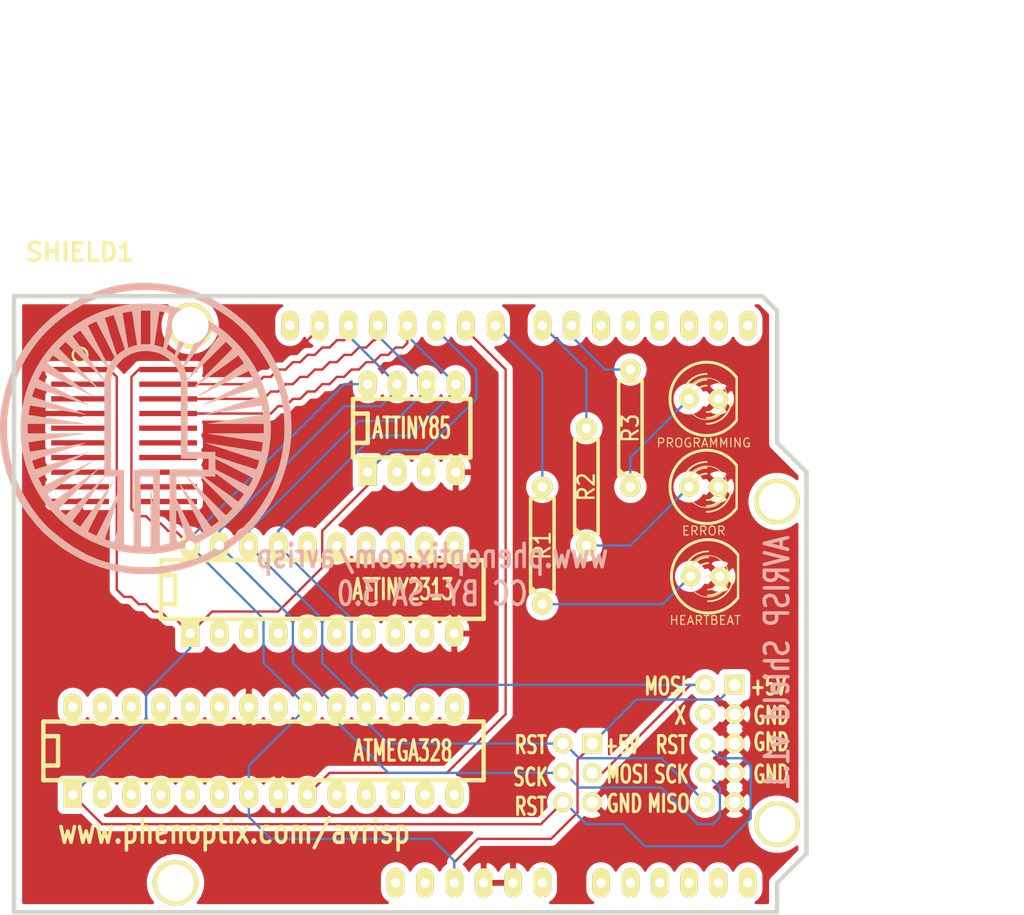
<source format=kicad_pcb>
(kicad_pcb (version 20171130) (host pcbnew "(5.1.4)-1")
  (title_block (date "30 sep 2013"))
  (layers (0 Front signal) (31 Back signal) (34 B.Paste user) (35 F.Paste user) (36 B.SilkS user) (37 F.SilkS user) (38 B.Mask user) (39 F.Mask user) (44 Edge.Cuts user))
  (net 0 "")
  (net 1 +5V)
  (net 2 GND)
  (net 3 N-000004)
  (net 4 N-000018)
  (net 5 N-000030)
  (net 6 N-000037)
  (net 7 N-000060)
  (net 8 N-000061)
  (net 9 N-000062)
  (net 10 N-000063)
  (net 11 N-000064)
  (net 12 N-000073)
  (net 13 N-000079)
  (module pin_array_3x2 (layer Front) (at 126.238 89.535 270)
    (fp_text reference CON1 hide)
    (fp_text value AVR-ISP-6 hide)
    (pad 1 thru_hole circle (at -2.54 1.27 270) (size 1.69926 1.69926) (drill 1.016) (layers *.Cu *.Mask F.SilkS) (net 3 N-000004))
    (pad 2 thru_hole rect (at -2.54 -1.27 270) (size 1.69926 1.69926) (drill 1.016) (layers *.Cu *.Mask F.SilkS) (net 1 +5V))
    (pad 3 thru_hole circle (at 0 1.27 270) (size 1.69926 1.69926) (drill 1.016) (layers *.Cu *.Mask F.SilkS) (net 5 N-000030))
    (pad 4 thru_hole circle (at 0 -1.27 270) (size 1.69926 1.69926) (drill 1.016) (layers *.Cu *.Mask F.SilkS) (net 4 N-000018))
    (pad 5 thru_hole circle (at 2.54 1.27 270) (size 1.69926 1.69926) (drill 1.016) (layers *.Cu *.Mask F.SilkS) (net 13 N-000079))
    (pad 6 thru_hole circle (at 2.54 -1.27 270) (size 1.69926 1.69926) (drill 1.016) (layers *.Cu *.Mask F.SilkS) (net 2 GND))
  )
  (module PIN_ARRAY_5x2 (layer Front) (at 138.557 86.995 270)
    (fp_text reference CON2 hide)
    (fp_text value AVR-ISP-10 hide)
    (pad 1 thru_hole circle (at -5.08 1.27 270) (size 1.69926 1.69926) (drill 1.016) (layers *.Cu *.Mask F.SilkS) (net 4 N-000018))
    (pad 2 thru_hole rect (at -5.08 -1.27 270) (size 1.69926 1.69926) (drill 1.016) (layers *.Cu *.Mask F.SilkS) (net 1 +5V))
    (pad 3 thru_hole circle (at -2.54 1.27 270) (size 1.69926 1.69926) (drill 1.016) (layers *.Cu *.Mask F.SilkS))
    (pad 4 thru_hole circle (at -2.54 -1.27 270) (size 1.69926 1.69926) (drill 1.016) (layers *.Cu *.Mask F.SilkS) (net 2 GND))
    (pad 5 thru_hole circle (at 0 1.27 270) (size 1.69926 1.69926) (drill 1.016) (layers *.Cu *.Mask F.SilkS) (net 13 N-000079))
    (pad 6 thru_hole circle (at 0 -1.27 270) (size 1.69926 1.69926) (drill 1.016) (layers *.Cu *.Mask F.SilkS) (net 2 GND))
    (pad 7 thru_hole circle (at 2.54 1.27 270) (size 1.69926 1.69926) (drill 1.016) (layers *.Cu *.Mask F.SilkS) (net 5 N-000030))
    (pad 8 thru_hole circle (at 2.54 -1.27 270) (size 1.69926 1.69926) (drill 1.016) (layers *.Cu *.Mask F.SilkS) (net 2 GND))
    (pad 9 thru_hole circle (at 5.08 1.27 270) (size 1.69926 1.69926) (drill 1.016) (layers *.Cu *.Mask F.SilkS) (net 3 N-000004))
    (pad 10 thru_hole circle (at 5.08 -1.27 270) (size 1.69926 1.69926) (drill 1.016) (layers *.Cu *.Mask F.SilkS) (net 2 GND))
  )
  (module SOIC20_Test (layer Front) (at 86.995 60.325 270)
    (fp_text reference "SOIC - 8" hide)
    (fp_text value Test hide)
    (pad 1 smd rect (at -5.715 3.81 270) (size 0.45974 5.00126) (layers Front F.Paste F.Mask) (net 13 N-000079))
    (pad 2 smd rect (at -4.445 3.81 270) (size 0.45974 5.00126) (layers Front F.Paste F.Mask))
    (pad 3 smd rect (at -3.175 3.81 270) (size 0.45974 5.00126) (layers Front F.Paste F.Mask))
    (pad 4 smd rect (at -1.905 3.81 270) (size 0.45974 5.00126) (layers Front F.Paste F.Mask) (net 2 GND))
    (pad 13 smd rect (at 3.175 -3.81 270) (size 0.45974 5.00126) (layers Front F.Paste F.Mask))
    (pad 14 smd rect (at 1.905 -3.81 270) (size 0.45974 5.00126) (layers Front F.Paste F.Mask))
    (pad 19 smd rect (at -4.445 -3.81 270) (size 0.45974 5.00126) (layers Front F.Paste F.Mask) (net 5 N-000030))
    (pad 20 smd rect (at -5.715 -3.81 270) (size 0.45974 5.00126) (layers Front F.Paste F.Mask) (net 1 +5V))
    (pad 5 smd rect (at -0.635 3.81 270) (size 0.45974 5.00126) (layers Front F.Paste F.Mask))
    (pad 6 smd rect (at 0.635 3.81 270) (size 0.45974 5.00126) (layers Front F.Paste F.Mask))
    (pad 7 smd rect (at 1.905 3.81 270) (size 0.45974 5.00126) (layers Front F.Paste F.Mask))
    (pad 8 smd rect (at 3.175 3.81 270) (size 0.45974 5.00126) (layers Front F.Paste F.Mask))
    (pad 9 smd rect (at 4.445 3.81 270) (size 0.45974 5.00126) (layers Front F.Paste F.Mask))
    (pad 10 smd rect (at 5.715 3.81 270) (size 0.45974 5.00126) (layers Front F.Paste F.Mask) (net 2 GND))
    (pad 11 smd rect (at 5.715 -3.81 270) (size 0.45974 5.00126) (layers Front F.Paste F.Mask))
    (pad 12 smd rect (at 4.445 -3.81 270) (size 0.45974 5.00126) (layers Front F.Paste F.Mask))
    (pad 15 smd rect (at 0.635 -3.81 270) (size 0.45974 5.00126) (layers Front F.Paste F.Mask))
    (pad 16 smd rect (at -0.635 -3.81 270) (size 0.45974 5.00126) (layers Front F.Paste F.Mask))
    (pad 17 smd rect (at -1.905 -3.81 270) (size 0.45974 5.00126) (layers Front F.Paste F.Mask) (net 4 N-000018))
    (pad 18 smd rect (at -3.175 -3.81 270) (size 0.45974 5.00126) (layers Front F.Paste F.Mask) (net 3 N-000004))
  )
  (module R4-LARGE_PADS (layer Front) (at 123.19 69.85 90)
    (fp_text reference R1 (at 0 0 90) (layer F.SilkS) (effects (font (size 1.397 1.27) (thickness 0.2032))))
    (fp_text value R hide)
    (pad 1 thru_hole circle (at -5.08 0 90) (size 1.778 1.778) (drill 0.8128) (layers *.Cu *.Mask F.SilkS) (net 9 N-000062))
    (pad 2 thru_hole circle (at 5.08 0 90) (size 1.778 1.778) (drill 0.8128) (layers *.Cu *.Mask F.SilkS) (net 8 N-000061))
  )
  (module R4-LARGE_PADS (layer Front) (at 127 64.77 90)
    (fp_text reference R2 (at 0 0 90) (layer F.SilkS) (effects (font (size 1.397 1.27) (thickness 0.2032))))
    (fp_text value R hide)
    (pad 1 thru_hole circle (at -5.08 0 90) (size 1.778 1.778) (drill 0.8128) (layers *.Cu *.Mask F.SilkS) (net 11 N-000064))
    (pad 2 thru_hole circle (at 5.08 0 90) (size 1.778 1.778) (drill 0.8128) (layers *.Cu *.Mask F.SilkS) (net 10 N-000063))
  )
  (module R4-LARGE_PADS (layer Front) (at 130.81 59.69 90)
    (fp_text reference R3 (at 0 0 90) (layer F.SilkS) (effects (font (size 1.397 1.27) (thickness 0.2032))))
    (fp_text value R hide)
    (pad 1 thru_hole circle (at -5.08 0 90) (size 1.778 1.778) (drill 0.8128) (layers *.Cu *.Mask F.SilkS) (net 7 N-000060))
    (pad 2 thru_hole circle (at 5.08 0 90) (size 1.778 1.778) (drill 0.8128) (layers *.Cu *.Mask F.SilkS) (net 6 N-000037))
  )
  (module ARDUINO_SHIELD (layer Front) (at 77.47 101.6)
    (fp_text reference SHIELD1 (at 5.715 -57.15) (layer F.SilkS) (effects (font (size 1.524 1.524) (thickness 0.3048))))
    (fp_text value ARDUINO_SHIELD hide)
    (pad AD5 thru_hole oval (at 63.5 -2.54 90) (size 2.54 1.524) (drill 0.8128) (layers *.Cu *.Mask F.SilkS))
    (pad AD4 thru_hole oval (at 60.96 -2.54 90) (size 2.54 1.524) (drill 0.8128) (layers *.Cu *.Mask F.SilkS))
    (pad AD3 thru_hole oval (at 58.42 -2.54 90) (size 2.54 1.524) (drill 0.8128) (layers *.Cu *.Mask F.SilkS))
    (pad AD0 thru_hole oval (at 50.8 -2.54 90) (size 2.54 1.524) (drill 0.8128) (layers *.Cu *.Mask F.SilkS))
    (pad AD1 thru_hole oval (at 53.34 -2.54 90) (size 2.54 1.524) (drill 0.8128) (layers *.Cu *.Mask F.SilkS))
    (pad AD2 thru_hole oval (at 55.88 -2.54 90) (size 2.54 1.524) (drill 0.8128) (layers *.Cu *.Mask F.SilkS))
    (pad V_IN thru_hole oval (at 45.72 -2.54 90) (size 2.54 1.524) (drill 0.8128) (layers *.Cu *.Mask F.SilkS))
    (pad GND2 thru_hole oval (at 43.18 -2.54 90) (size 2.54 1.524) (drill 0.8128) (layers *.Cu *.Mask F.SilkS) (net 2 GND))
    (pad GND1 thru_hole oval (at 40.64 -2.54 90) (size 2.54 1.524) (drill 0.8128) (layers *.Cu *.Mask F.SilkS) (net 2 GND))
    (pad 3V3 thru_hole oval (at 35.56 -2.54 90) (size 2.54 1.524) (drill 0.8128) (layers *.Cu *.Mask F.SilkS))
    (pad RST thru_hole oval (at 33.02 -2.54 90) (size 2.54 1.524) (drill 0.8128) (layers *.Cu *.Mask F.SilkS))
    (pad 0 thru_hole oval (at 63.5 -50.8 90) (size 2.54 1.524) (drill 0.8128) (layers *.Cu *.Mask F.SilkS))
    (pad 1 thru_hole oval (at 60.96 -50.8 90) (size 2.54 1.524) (drill 0.8128) (layers *.Cu *.Mask F.SilkS))
    (pad 2 thru_hole oval (at 58.42 -50.8 90) (size 2.54 1.524) (drill 0.8128) (layers *.Cu *.Mask F.SilkS))
    (pad 3 thru_hole oval (at 55.88 -50.8 90) (size 2.54 1.524) (drill 0.8128) (layers *.Cu *.Mask F.SilkS))
    (pad 4 thru_hole oval (at 53.34 -50.8 90) (size 2.54 1.524) (drill 0.8128) (layers *.Cu *.Mask F.SilkS))
    (pad 5 thru_hole oval (at 50.8 -50.8 90) (size 2.54 1.524) (drill 0.8128) (layers *.Cu *.Mask F.SilkS))
    (pad 6 thru_hole oval (at 48.26 -50.8 90) (size 2.54 1.524) (drill 0.8128) (layers *.Cu *.Mask F.SilkS) (net 6 N-000037))
    (pad 7 thru_hole oval (at 45.72 -50.8 90) (size 2.54 1.524) (drill 0.8128) (layers *.Cu *.Mask F.SilkS) (net 10 N-000063))
    (pad 8 thru_hole oval (at 41.656 -50.8 90) (size 2.54 1.524) (drill 0.8128) (layers *.Cu *.Mask F.SilkS) (net 8 N-000061))
    (pad 9 thru_hole oval (at 39.116 -50.8 90) (size 2.54 1.524) (drill 0.8128) (layers *.Cu *.Mask F.SilkS) (net 12 N-000073))
    (pad 10 thru_hole oval (at 36.576 -50.8 90) (size 2.54 1.524) (drill 0.8128) (layers *.Cu *.Mask F.SilkS) (net 13 N-000079))
    (pad 11 thru_hole oval (at 34.036 -50.8 90) (size 2.54 1.524) (drill 0.8128) (layers *.Cu *.Mask F.SilkS) (net 4 N-000018))
    (pad 12 thru_hole oval (at 31.496 -50.8 90) (size 2.54 1.524) (drill 0.8128) (layers *.Cu *.Mask F.SilkS) (net 3 N-000004))
    (pad 13 thru_hole oval (at 28.956 -50.8 90) (size 2.54 1.524) (drill 0.8128) (layers *.Cu *.Mask F.SilkS) (net 5 N-000030))
    (pad GND3 thru_hole oval (at 26.416 -50.8 90) (size 2.54 1.524) (drill 0.8128) (layers *.Cu *.Mask F.SilkS) (net 2 GND))
    (pad AREF thru_hole oval (at 23.876 -50.8 90) (size 2.54 1.524) (drill 0.8128) (layers *.Cu *.Mask F.SilkS))
    (pad 5V thru_hole oval (at 38.1 -2.54 90) (size 2.54 1.524) (drill 0.8128) (layers *.Cu *.Mask F.SilkS) (net 1 +5V))
    (pad "" thru_hole circle (at 66.04 -7.62 90) (size 3.937 3.937) (drill 3.175) (layers *.Cu *.Mask F.SilkS))
    (pad "" thru_hole circle (at 66.04 -35.56 90) (size 3.937 3.937) (drill 3.175) (layers *.Cu *.Mask F.SilkS))
    (pad "" thru_hole circle (at 15.24 -50.8 90) (size 3.937 3.937) (drill 3.175) (layers *.Cu *.Mask F.SilkS))
    (pad "" thru_hole circle (at 13.97 -2.54 90) (size 3.937 3.937) (drill 3.175) (layers *.Cu *.Mask F.SilkS))
  )
  (module LED-5MM (layer Front) (at 137.16 57.15)
    (fp_text reference D3 hide)
    (fp_text value PROGRAMMING (at 0 3.81) (layer F.SilkS) (effects (font (size 0.762 0.762) (thickness 0.0889))))
    (pad 1 thru_hole circle (at -1.27 0) (size 1.6764 1.6764) (drill 0.8128) (layers *.Cu *.Paste *.Mask F.SilkS) (net 7 N-000060))
    (pad 2 thru_hole circle (at 1.27 0) (size 1.6764 1.6764) (drill 0.8128) (layers *.Cu *.Paste *.Mask F.SilkS) (net 2 GND))
  )
  (module LED-5MM (layer Front) (at 137.16 64.77)
    (fp_text reference D2 hide)
    (fp_text value ERROR (at 0 3.81) (layer F.SilkS) (effects (font (size 0.762 0.762) (thickness 0.0889))))
    (pad 1 thru_hole circle (at -1.27 0) (size 1.6764 1.6764) (drill 0.8128) (layers *.Cu *.Paste *.Mask F.SilkS) (net 11 N-000064))
    (pad 2 thru_hole circle (at 1.27 0) (size 1.6764 1.6764) (drill 0.8128) (layers *.Cu *.Paste *.Mask F.SilkS) (net 2 GND))
  )
  (module LED-5MM (layer Front) (at 137.287 72.517)
    (fp_text reference D1 hide)
    (fp_text value HEARTBEAT (at 0 3.81) (layer F.SilkS) (effects (font (size 0.762 0.762) (thickness 0.0889))))
    (pad 1 thru_hole circle (at -1.27 0) (size 1.6764 1.6764) (drill 0.8128) (layers *.Cu *.Paste *.Mask F.SilkS) (net 9 N-000062))
    (pad 2 thru_hole circle (at 1.27 0) (size 1.6764 1.6764) (drill 0.8128) (layers *.Cu *.Paste *.Mask F.SilkS) (net 2 GND))
  )
  (module DIP-8__300_ELL (layer Front) (at 111.887 59.69)
    (fp_text reference IC3 hide)
    (fp_text value ATTINY85 (at 0 0) (layer F.SilkS) (effects (font (size 1.778 1.016) (thickness 0.254))))
    (pad 1 thru_hole rect (at -3.81 3.81) (size 1.5748 2.286) (drill 0.8128) (layers *.Cu *.Mask F.SilkS) (net 13 N-000079))
    (pad 2 thru_hole oval (at -1.27 3.81) (size 1.5748 2.286) (drill 0.8128) (layers *.Cu *.Mask F.SilkS))
    (pad 3 thru_hole oval (at 1.27 3.81) (size 1.5748 2.286) (drill 0.8128) (layers *.Cu *.Mask F.SilkS))
    (pad 4 thru_hole oval (at 3.81 3.81) (size 1.5748 2.286) (drill 0.8128) (layers *.Cu *.Mask F.SilkS) (net 2 GND))
    (pad 5 thru_hole oval (at 3.81 -3.81) (size 1.5748 2.286) (drill 0.8128) (layers *.Cu *.Mask F.SilkS) (net 4 N-000018))
    (pad 6 thru_hole oval (at 1.27 -3.81) (size 1.5748 2.286) (drill 0.8128) (layers *.Cu *.Mask F.SilkS) (net 3 N-000004))
    (pad 7 thru_hole oval (at -1.27 -3.81) (size 1.5748 2.286) (drill 0.8128) (layers *.Cu *.Mask F.SilkS) (net 5 N-000030))
    (pad 8 thru_hole oval (at -3.81 -3.81) (size 1.5748 2.286) (drill 0.8128) (layers *.Cu *.Mask F.SilkS) (net 1 +5V))
  )
  (module DIP-28__300_ELL (layer Front) (at 99.06 87.63)
    (fp_text reference IC1 hide)
    (fp_text value ATMEGA328 (at 12.065 0) (layer F.SilkS) (effects (font (size 1.778 1.016) (thickness 0.254))))
    (pad 2 thru_hole oval (at -13.97 3.81) (size 1.5748 2.286) (drill 0.8128) (layers *.Cu *.Mask F.SilkS))
    (pad 3 thru_hole oval (at -11.43 3.81) (size 1.5748 2.286) (drill 0.8128) (layers *.Cu *.Mask F.SilkS))
    (pad 4 thru_hole oval (at -8.89 3.81) (size 1.5748 2.286) (drill 0.8128) (layers *.Cu *.Mask F.SilkS))
    (pad 5 thru_hole oval (at -6.35 3.81) (size 1.5748 2.286) (drill 0.8128) (layers *.Cu *.Mask F.SilkS))
    (pad 6 thru_hole oval (at -3.81 3.81) (size 1.5748 2.286) (drill 0.8128) (layers *.Cu *.Mask F.SilkS))
    (pad 7 thru_hole oval (at -1.27 3.81) (size 1.5748 2.286) (drill 0.8128) (layers *.Cu *.Mask F.SilkS) (net 1 +5V))
    (pad 8 thru_hole oval (at 1.27 3.81) (size 1.5748 2.286) (drill 0.8128) (layers *.Cu *.Mask F.SilkS) (net 2 GND))
    (pad 9 thru_hole oval (at 3.81 3.81) (size 1.5748 2.286) (drill 0.8128) (layers *.Cu *.Mask F.SilkS) (net 12 N-000073))
    (pad 10 thru_hole oval (at 6.35 3.81) (size 1.5748 2.286) (drill 0.8128) (layers *.Cu *.Mask F.SilkS))
    (pad 11 thru_hole oval (at 8.89 3.81) (size 1.5748 2.286) (drill 0.8128) (layers *.Cu *.Mask F.SilkS))
    (pad 12 thru_hole oval (at 11.43 3.81) (size 1.5748 2.286) (drill 0.8128) (layers *.Cu *.Mask F.SilkS))
    (pad 13 thru_hole oval (at 13.97 3.81) (size 1.5748 2.286) (drill 0.8128) (layers *.Cu *.Mask F.SilkS))
    (pad 14 thru_hole oval (at 16.51 3.81) (size 1.5748 2.286) (drill 0.8128) (layers *.Cu *.Mask F.SilkS))
    (pad 1 thru_hole rect (at -16.51 3.81) (size 1.5748 2.286) (drill 0.8128) (layers *.Cu *.Mask F.SilkS) (net 13 N-000079))
    (pad 15 thru_hole oval (at 16.51 -3.81) (size 1.5748 2.286) (drill 0.8128) (layers *.Cu *.Mask F.SilkS))
    (pad 16 thru_hole oval (at 13.97 -3.81) (size 1.5748 2.286) (drill 0.8128) (layers *.Cu *.Mask F.SilkS))
    (pad 17 thru_hole oval (at 11.43 -3.81) (size 1.5748 2.286) (drill 0.8128) (layers *.Cu *.Mask F.SilkS) (net 4 N-000018))
    (pad 18 thru_hole oval (at 8.89 -3.81) (size 1.5748 2.286) (drill 0.8128) (layers *.Cu *.Mask F.SilkS) (net 3 N-000004))
    (pad 19 thru_hole oval (at 6.35 -3.81) (size 1.5748 2.286) (drill 0.8128) (layers *.Cu *.Mask F.SilkS) (net 5 N-000030))
    (pad 20 thru_hole oval (at 3.81 -3.81) (size 1.5748 2.286) (drill 0.8128) (layers *.Cu *.Mask F.SilkS) (net 1 +5V))
    (pad 21 thru_hole oval (at 1.27 -3.81) (size 1.5748 2.286) (drill 0.8128) (layers *.Cu *.Mask F.SilkS))
    (pad 22 thru_hole oval (at -1.27 -3.81) (size 1.5748 2.286) (drill 0.8128) (layers *.Cu *.Mask F.SilkS) (net 2 GND))
    (pad 23 thru_hole oval (at -3.81 -3.81) (size 1.5748 2.286) (drill 0.8128) (layers *.Cu *.Mask F.SilkS))
    (pad 24 thru_hole oval (at -6.35 -3.81) (size 1.5748 2.286) (drill 0.8128) (layers *.Cu *.Mask F.SilkS))
    (pad 25 thru_hole oval (at -8.89 -3.81) (size 1.5748 2.286) (drill 0.8128) (layers *.Cu *.Mask F.SilkS))
    (pad 26 thru_hole oval (at -11.43 -3.81) (size 1.5748 2.286) (drill 0.8128) (layers *.Cu *.Mask F.SilkS))
    (pad 27 thru_hole oval (at -13.97 -3.81) (size 1.5748 2.286) (drill 0.8128) (layers *.Cu *.Mask F.SilkS))
    (pad 28 thru_hole oval (at -16.51 -3.81) (size 1.5748 2.286) (drill 0.8128) (layers *.Cu *.Mask F.SilkS))
  )
  (module DIP-20__300_ELL (layer Front) (at 104.14 73.66)
    (fp_text reference IC2 hide)
    (fp_text value ATTINY2313 (at 6.985 0) (layer F.SilkS) (effects (font (size 1.778 1.016) (thickness 0.254))))
    (pad 1 thru_hole rect (at -11.43 3.81) (size 1.5748 2.286) (drill 0.8128) (layers *.Cu *.Mask F.SilkS) (net 13 N-000079))
    (pad 2 thru_hole oval (at -8.89 3.81) (size 1.5748 2.286) (drill 0.8128) (layers *.Cu *.Mask F.SilkS))
    (pad 3 thru_hole oval (at -6.35 3.81) (size 1.5748 2.286) (drill 0.8128) (layers *.Cu *.Mask F.SilkS))
    (pad 4 thru_hole oval (at -3.81 3.81) (size 1.5748 2.286) (drill 0.8128) (layers *.Cu *.Mask F.SilkS))
    (pad 5 thru_hole oval (at -1.27 3.81) (size 1.5748 2.286) (drill 0.8128) (layers *.Cu *.Mask F.SilkS))
    (pad 6 thru_hole oval (at 1.27 3.81) (size 1.5748 2.286) (drill 0.8128) (layers *.Cu *.Mask F.SilkS))
    (pad 7 thru_hole oval (at 3.81 3.81) (size 1.5748 2.286) (drill 0.8128) (layers *.Cu *.Mask F.SilkS))
    (pad 8 thru_hole oval (at 6.35 3.81) (size 1.5748 2.286) (drill 0.8128) (layers *.Cu *.Mask F.SilkS))
    (pad 9 thru_hole oval (at 8.89 3.81) (size 1.5748 2.286) (drill 0.8128) (layers *.Cu *.Mask F.SilkS))
    (pad 10 thru_hole oval (at 11.43 3.81) (size 1.5748 2.286) (drill 0.8128) (layers *.Cu *.Mask F.SilkS) (net 2 GND))
    (pad 11 thru_hole oval (at 11.43 -3.81) (size 1.5748 2.286) (drill 0.8128) (layers *.Cu *.Mask F.SilkS))
    (pad 12 thru_hole oval (at 8.89 -3.81) (size 1.5748 2.286) (drill 0.8128) (layers *.Cu *.Mask F.SilkS))
    (pad 13 thru_hole oval (at 6.35 -3.81) (size 1.5748 2.286) (drill 0.8128) (layers *.Cu *.Mask F.SilkS))
    (pad 14 thru_hole oval (at 3.81 -3.81) (size 1.5748 2.286) (drill 0.8128) (layers *.Cu *.Mask F.SilkS))
    (pad 15 thru_hole oval (at 1.27 -3.81) (size 1.5748 2.286) (drill 0.8128) (layers *.Cu *.Mask F.SilkS))
    (pad 16 thru_hole oval (at -1.27 -3.81) (size 1.5748 2.286) (drill 0.8128) (layers *.Cu *.Mask F.SilkS))
    (pad 17 thru_hole oval (at -3.81 -3.81) (size 1.5748 2.286) (drill 0.8128) (layers *.Cu *.Mask F.SilkS) (net 4 N-000018))
    (pad 18 thru_hole oval (at -6.35 -3.81) (size 1.5748 2.286) (drill 0.8128) (layers *.Cu *.Mask F.SilkS) (net 3 N-000004))
    (pad 19 thru_hole oval (at -8.89 -3.81) (size 1.5748 2.286) (drill 0.8128) (layers *.Cu *.Mask F.SilkS) (net 5 N-000030))
    (pad 20 thru_hole oval (at -11.43 -3.81) (size 1.5748 2.286) (drill 0.8128) (layers *.Cu *.Mask F.SilkS) (net 1 +5V))
  )
  (module logoBigBackSilk (layer Front) (at 88.9 59.69)
    (fp_text reference VAL hide)
    (fp_text value logoBigBackSilk hide)
  )
  (gr_text MOSI (at 133.858 82.042) (layer F.SilkS) (effects (font (size 1.50114 1.00076) (thickness 0.25146))))
  (gr_text GND (at 143.002 86.868) (layer F.SilkS) (effects (font (size 1.50114 1.00076) (thickness 0.25146))))
  (gr_text GND (at 143.002 89.662) (layer F.SilkS) (effects (font (size 1.50114 1.00076) (thickness 0.25146))))
  (gr_text X (at 135.128 84.582) (layer F.SilkS) (effects (font (size 1.50114 1.00076) (thickness 0.25146))))
  (gr_text MISO (at 134.112 92.202) (layer F.SilkS) (effects (font (size 1.50114 1.00076) (thickness 0.25146))))
  (gr_text SCK (at 134.366 89.662) (layer F.SilkS) (effects (font (size 1.50114 1.00076) (thickness 0.25146))))
  (gr_text RST (at 134.366 87.122) (layer F.SilkS) (effects (font (size 1.50114 1.00076) (thickness 0.25146))))
  (gr_text RST (at 122.174 87.122) (layer F.SilkS) (effects (font (size 1.50114 1.00076) (thickness 0.25146))))
  (gr_text +5V (at 130.048 87.122) (layer F.SilkS) (effects (font (size 1.50114 1.00076) (thickness 0.25146))))
  (gr_text SCK (at 122.174 89.916) (layer F.SilkS) (effects (font (size 1.50114 1.00076) (thickness 0.25146))))
  (gr_text +5V (at 142.748 82.042) (layer F.SilkS) (effects (font (size 1.50114 1.00076) (thickness 0.25146))))
  (gr_text RST (at 122.174 92.456) (layer F.SilkS) (effects (font (size 1.50114 1.00076) (thickness 0.25146))))
  (gr_text GND (at 143.002 84.582) (layer F.SilkS) (effects (font (size 1.50114 1.00076) (thickness 0.25146))))
  (gr_text GND (at 130.302 92.202) (layer F.SilkS) (effects (font (size 1.50114 1.00076) (thickness 0.25146))))
  (gr_text MOSI (at 130.556 89.662) (layer F.SilkS) (effects (font (size 1.50114 1.00076) (thickness 0.25146))))
  (gr_line (start 77.47 101.6) (end 77.47 48.26) (angle 90) (layer Edge.Cuts) (width 0.381))
  (gr_line (start 143.51 101.6) (end 77.47 101.6) (angle 90) (layer Edge.Cuts) (width 0.381))
  (gr_line (start 143.51 99.06) (end 143.51 101.6) (angle 90) (layer Edge.Cuts) (width 0.381))
  (gr_line (start 146.05 96.52) (end 143.51 99.06) (angle 90) (layer Edge.Cuts) (width 0.381))
  (gr_line (start 146.05 63.5) (end 146.05 96.52) (angle 90) (layer Edge.Cuts) (width 0.381))
  (gr_line (start 143.51 60.96) (end 146.05 63.5) (angle 90) (layer Edge.Cuts) (width 0.381))
  (gr_line (start 143.51 49.53) (end 143.51 60.96) (angle 90) (layer Edge.Cuts) (width 0.381))
  (gr_line (start 142.24 48.26) (end 143.51 49.53) (angle 90) (layer Edge.Cuts) (width 0.381))
  (gr_line (start 77.47 48.26) (end 142.24 48.26) (angle 90) (layer Edge.Cuts) (width 0.381))
  (gr_text "www.phenoptix.com/avrisp\nCC BY-SA 3.0" (at 113.665 72.39) (layer B.SilkS) (effects (font (size 2.032 1.524) (thickness 0.3048)) (justify mirror)))
  (gr_text www.phenoptix.com/avrisp (at 96.52 94.615) (layer F.SilkS) (effects (font (size 2.032 1.524) (thickness 0.3048))))
  (gr_text "AVRISP Shield v1.1" (at 143.51 80.01 90) (layer B.SilkS) (effects (font (size 2.032 1.524) (thickness 0.3048)) (justify mirror)))
  (segment (start 97.79 91.44) (end 97.79 88.9) (width 0.2032) (layer Back) (net 1))
  (segment (start 115.57 97.282) (end 115.57 99.06) (width 0.2032) (layer Front) (net 1))
  (segment (start 117.602 95.25) (end 115.57 97.282) (width 0.2032) (layer Front) (net 1))
  (segment (start 123.952 95.25) (end 117.602 95.25) (width 0.2032) (layer Front) (net 1))
  (segment (start 126.238 92.964) (end 123.952 95.25) (width 0.2032) (layer Front) (net 1))
  (segment (start 126.238 88.392) (end 126.238 92.964) (width 0.2032) (layer Front) (net 1))
  (segment (start 127.508 87.122) (end 126.238 88.392) (width 0.2032) (layer Front) (net 1))
  (segment (start 97.79 91.44) (end 97.79 93.345) (width 0.2032) (layer Back) (net 1))
  (segment (start 99.06 80.01) (end 102.87 83.82) (width 0.2032) (layer Back) (net 1))
  (segment (start 92.71 69.85) (end 92.71 69.215) (width 0.2032) (layer Back) (net 1))
  (segment (start 97.79 88.9) (end 102.87 83.82) (width 0.2032) (layer Back) (net 1))
  (segment (start 92.71 69.85) (end 99.06 76.2) (width 0.2032) (layer Back) (net 1))
  (segment (start 99.06 76.2) (end 99.06 80.01) (width 0.2032) (layer Back) (net 1))
  (segment (start 115.57 97.155) (end 115.57 99.06) (width 0.2032) (layer Back) (net 1))
  (segment (start 113.665 95.25) (end 115.57 97.155) (width 0.2032) (layer Back) (net 1))
  (segment (start 99.695 95.25) (end 113.665 95.25) (width 0.2032) (layer Back) (net 1))
  (segment (start 92.71 69.85) (end 92.71 69.85) (width 0.2032) (layer Front) (net 1))
  (segment (start 90.17 67.945) (end 89.535 67.945) (width 0.2032) (layer Front) (net 1))
  (segment (start 90.805 68.58) (end 90.17 67.945) (width 0.2032) (layer Front) (net 1))
  (segment (start 115.57 97.155) (end 115.57 99.06) (width 0.2032) (layer Back) (net 1))
  (segment (start 97.79 93.345) (end 99.695 95.25) (width 0.2032) (layer Back) (net 1))
  (segment (start 88.265 67.31) (end 87.63 66.675) (width 0.2032) (layer Front) (net 1))
  (segment (start 87.63 55.245) (end 88.265 54.61) (width 0.2032) (layer Front) (net 1))
  (segment (start 87.63 66.675) (end 87.63 55.245) (width 0.2032) (layer Front) (net 1))
  (segment (start 138.557 83.185) (end 134.62 83.185) (width 0.2032) (layer Back) (net 1))
  (segment (start 139.827 81.915) (end 138.557 83.185) (width 0.2032) (layer Back) (net 1))
  (segment (start 131.318 83.185) (end 127.508 86.995) (width 0.2032) (layer Back) (net 1))
  (segment (start 127.508 86.995) (end 127.508 87.122) (width 0.2032) (layer Front) (net 1))
  (segment (start 92.71 69.85) (end 91.44 68.58) (width 0.2032) (layer Front) (net 1))
  (segment (start 106.045 55.88) (end 108.077 55.88) (width 0.2032) (layer Back) (net 1))
  (segment (start 88.265 54.61) (end 90.805 54.61) (width 0.2032) (layer Front) (net 1))
  (segment (start 134.62 83.185) (end 131.318 83.185) (width 0.2032) (layer Back) (net 1))
  (segment (start 88.9 67.31) (end 88.265 67.31) (width 0.2032) (layer Front) (net 1))
  (segment (start 89.535 67.945) (end 88.9 67.31) (width 0.2032) (layer Front) (net 1))
  (segment (start 91.44 68.58) (end 90.805 68.58) (width 0.2032) (layer Front) (net 1))
  (segment (start 92.71 69.215) (end 106.045 55.88) (width 0.2032) (layer Back) (net 1))
  (segment (start 103.886 50.8) (end 103.886 51.054) (width 0.2032) (layer Front) (net 2))
  (segment (start 103.886 51.054) (end 102.362 52.578) (width 0.2032) (layer Front) (net 2))
  (segment (start 107.315 59.055) (end 97.79 68.58) (width 0.2032) (layer Back) (net 3))
  (segment (start 99.06 57.15) (end 90.805 57.15) (width 0.2032) (layer Front) (net 3))
  (segment (start 99.695 56.515) (end 99.06 57.15) (width 0.2032) (layer Front) (net 3))
  (segment (start 100.33 56.515) (end 99.695 56.515) (width 0.2032) (layer Front) (net 3))
  (segment (start 113.157 55.88) (end 113.157 56.388) (width 0.2032) (layer Back) (net 3))
  (segment (start 126.365 88.265) (end 130.048 88.265) (width 0.2032) (layer Back) (net 3))
  (segment (start 130.048 88.265) (end 130.175 88.265) (width 0.2032) (layer Back) (net 3))
  (segment (start 102.235 55.245) (end 101.6 55.88) (width 0.2032) (layer Front) (net 3))
  (segment (start 102.87 55.245) (end 102.235 55.245) (width 0.2032) (layer Front) (net 3))
  (segment (start 103.505 54.61) (end 102.87 55.245) (width 0.2032) (layer Front) (net 3))
  (segment (start 110.49 59.055) (end 107.315 59.055) (width 0.2032) (layer Back) (net 3))
  (segment (start 133.477 88.265) (end 133.604 88.392) (width 0.2032) (layer Back) (net 3))
  (segment (start 133.604 88.392) (end 137.287 92.075) (width 0.2032) (layer Back) (net 3))
  (segment (start 108.966 50.8) (end 108.966 51.689) (width 0.2032) (layer Back) (net 3))
  (segment (start 125.095 86.995) (end 126.365 88.265) (width 0.2032) (layer Back) (net 3))
  (segment (start 108.966 51.689) (end 113.157 55.88) (width 0.2032) (layer Back) (net 3))
  (segment (start 104.14 76.2) (end 104.14 80.01) (width 0.2032) (layer Back) (net 3))
  (segment (start 113.157 56.388) (end 110.49 59.055) (width 0.2032) (layer Back) (net 3))
  (segment (start 124.968 86.995) (end 125.095 86.995) (width 0.2032) (layer Back) (net 3))
  (segment (start 97.79 68.58) (end 97.79 69.85) (width 0.2032) (layer Back) (net 3))
  (segment (start 108.966 51.816) (end 108.712 52.07) (width 0.2032) (layer Front) (net 3))
  (segment (start 97.79 69.85) (end 104.14 76.2) (width 0.2032) (layer Back) (net 3))
  (segment (start 108.966 50.8) (end 108.966 51.816) (width 0.2032) (layer Front) (net 3))
  (segment (start 133.477 88.265) (end 133.604 88.392) (width 0.2032) (layer Back) (net 3))
  (segment (start 100.965 55.88) (end 100.33 56.515) (width 0.2032) (layer Front) (net 3))
  (segment (start 109.855 86.995) (end 124.968 86.995) (width 0.2032) (layer Back) (net 3))
  (segment (start 130.048 88.265) (end 133.477 88.265) (width 0.2032) (layer Back) (net 3))
  (segment (start 104.14 80.01) (end 107.95 83.82) (width 0.2032) (layer Back) (net 3))
  (segment (start 101.6 55.88) (end 100.965 55.88) (width 0.2032) (layer Front) (net 3))
  (segment (start 107.95 85.09) (end 109.855 86.995) (width 0.2032) (layer Back) (net 3))
  (segment (start 107.95 83.82) (end 107.95 85.09) (width 0.2032) (layer Back) (net 3))
  (segment (start 104.14 54.61) (end 103.505 54.61) (width 0.2032) (layer Front) (net 3))
  (segment (start 104.775 53.975) (end 104.14 54.61) (width 0.2032) (layer Front) (net 3))
  (segment (start 105.41 53.975) (end 104.775 53.975) (width 0.2032) (layer Front) (net 3))
  (segment (start 106.045 53.34) (end 105.41 53.975) (width 0.2032) (layer Front) (net 3))
  (segment (start 106.68 53.34) (end 106.045 53.34) (width 0.2032) (layer Front) (net 3))
  (segment (start 107.315 52.705) (end 106.68 53.34) (width 0.2032) (layer Front) (net 3))
  (segment (start 107.95 52.705) (end 107.315 52.705) (width 0.2032) (layer Front) (net 3))
  (segment (start 108.585 52.07) (end 107.95 52.705) (width 0.2032) (layer Front) (net 3))
  (segment (start 108.712 52.07) (end 108.585 52.07) (width 0.2032) (layer Front) (net 3))
  (segment (start 104.14 55.88) (end 103.505 56.515) (width 0.2032) (layer Front) (net 4))
  (segment (start 102.235 57.15) (end 101.6 57.15) (width 0.2032) (layer Front) (net 4))
  (segment (start 111.125 52.705) (end 110.49 52.705) (width 0.2032) (layer Front) (net 4))
  (segment (start 111.76 60.325) (end 108.585 60.325) (width 0.2032) (layer Back) (net 4))
  (segment (start 112.268 82.042) (end 112.395 81.915) (width 0.2032) (layer Back) (net 4))
  (segment (start 103.505 56.515) (end 102.87 56.515) (width 0.2032) (layer Front) (net 4))
  (segment (start 105.41 55.245) (end 104.775 55.88) (width 0.2032) (layer Front) (net 4))
  (segment (start 111.506 52.324) (end 111.125 52.705) (width 0.2032) (layer Front) (net 4))
  (segment (start 109.22 53.34) (end 108.585 53.975) (width 0.2032) (layer Front) (net 4))
  (segment (start 106.68 76.2) (end 106.68 80.01) (width 0.2032) (layer Back) (net 4))
  (segment (start 104.775 55.88) (end 104.14 55.88) (width 0.2032) (layer Front) (net 4))
  (segment (start 109.855 53.34) (end 109.22 53.34) (width 0.2032) (layer Front) (net 4))
  (segment (start 106.68 54.61) (end 106.045 55.245) (width 0.2032) (layer Front) (net 4))
  (segment (start 100.33 69.85) (end 106.68 76.2) (width 0.2032) (layer Back) (net 4))
  (segment (start 115.697 55.88) (end 115.697 56.388) (width 0.2032) (layer Back) (net 4))
  (segment (start 115.697 56.388) (end 111.76 60.325) (width 0.2032) (layer Back) (net 4))
  (segment (start 115.697 81.915) (end 115.824 81.915) (width 0.2032) (layer Back) (net 4))
  (segment (start 115.824 81.915) (end 137.287 81.915) (width 0.2032) (layer Back) (net 4))
  (segment (start 108.585 60.325) (end 100.33 68.58) (width 0.2032) (layer Back) (net 4))
  (segment (start 100.33 68.58) (end 100.33 69.85) (width 0.2032) (layer Back) (net 4))
  (segment (start 110.49 83.82) (end 112.268 82.042) (width 0.2032) (layer Back) (net 4))
  (segment (start 106.045 55.245) (end 105.41 55.245) (width 0.2032) (layer Front) (net 4))
  (segment (start 108.585 53.975) (end 107.95 53.975) (width 0.2032) (layer Front) (net 4))
  (segment (start 112.395 81.915) (end 112.268 82.042) (width 0.2032) (layer Back) (net 4))
  (segment (start 136.017 81.915) (end 137.287 81.915) (width 0.2032) (layer Front) (net 4))
  (segment (start 127.508 89.535) (end 128.397 89.535) (width 0.2032) (layer Front) (net 4))
  (segment (start 111.506 51.689) (end 115.697 55.88) (width 0.2032) (layer Back) (net 4))
  (segment (start 106.68 80.01) (end 110.49 83.82) (width 0.2032) (layer Back) (net 4))
  (segment (start 128.397 89.535) (end 134.112 83.82) (width 0.2032) (layer Front) (net 4))
  (segment (start 100.33 57.785) (end 99.695 58.42) (width 0.2032) (layer Front) (net 4))
  (segment (start 136.017 81.915) (end 134.112 83.82) (width 0.2032) (layer Front) (net 4))
  (segment (start 115.824 81.915) (end 112.395 81.915) (width 0.2032) (layer Back) (net 4))
  (segment (start 110.49 52.705) (end 109.855 53.34) (width 0.2032) (layer Front) (net 4))
  (segment (start 111.506 50.8) (end 111.506 51.689) (width 0.2032) (layer Back) (net 4))
  (segment (start 111.506 50.8) (end 111.506 52.324) (width 0.2032) (layer Front) (net 4))
  (segment (start 99.695 58.42) (end 90.805 58.42) (width 0.2032) (layer Front) (net 4))
  (segment (start 102.87 56.515) (end 102.235 57.15) (width 0.2032) (layer Front) (net 4))
  (segment (start 100.965 57.785) (end 100.33 57.785) (width 0.2032) (layer Front) (net 4))
  (segment (start 101.6 57.15) (end 100.965 57.785) (width 0.2032) (layer Front) (net 4))
  (segment (start 107.315 54.61) (end 106.68 54.61) (width 0.2032) (layer Front) (net 4))
  (segment (start 107.95 53.975) (end 107.315 54.61) (width 0.2032) (layer Front) (net 4))
  (segment (start 100.965 54.61) (end 100.33 54.61) (width 0.2032) (layer Front) (net 5))
  (segment (start 101.6 80.01) (end 105.41 83.82) (width 0.2032) (layer Back) (net 5))
  (segment (start 95.25 69.85) (end 101.6 76.2) (width 0.2032) (layer Back) (net 5))
  (segment (start 138.557 90.805) (end 137.287 89.535) (width 0.2032) (layer Back) (net 5))
  (segment (start 99.695 55.245) (end 99.06 55.245) (width 0.2032) (layer Front) (net 5))
  (segment (start 105.41 83.82) (end 105.41 85.09) (width 0.2032) (layer Back) (net 5))
  (segment (start 106.426 50.8) (end 106.426 51.689) (width 0.2032) (layer Back) (net 5))
  (segment (start 105.41 85.09) (end 109.855 89.535) (width 0.2032) (layer Back) (net 5))
  (segment (start 109.22 57.785) (end 106.045 57.785) (width 0.2032) (layer Back) (net 5))
  (segment (start 133.477 90.805) (end 130.175 90.805) (width 0.2032) (layer Back) (net 5))
  (segment (start 109.855 89.535) (end 124.968 89.535) (width 0.2032) (layer Back) (net 5))
  (segment (start 106.045 57.785) (end 95.25 68.58) (width 0.2032) (layer Back) (net 5))
  (segment (start 137.922 93.98) (end 138.557 93.345) (width 0.2032) (layer Back) (net 5))
  (segment (start 133.477 90.805) (end 133.604 90.932) (width 0.2032) (layer Back) (net 5))
  (segment (start 133.604 90.932) (end 136.652 93.98) (width 0.2032) (layer Back) (net 5))
  (segment (start 136.652 93.98) (end 137.922 93.98) (width 0.2032) (layer Back) (net 5))
  (segment (start 106.426 51.689) (end 110.617 55.88) (width 0.2032) (layer Back) (net 5))
  (segment (start 101.6 76.2) (end 101.6 80.01) (width 0.2032) (layer Back) (net 5))
  (segment (start 110.617 55.88) (end 110.617 56.388) (width 0.2032) (layer Back) (net 5))
  (segment (start 95.25 68.58) (end 95.25 69.85) (width 0.2032) (layer Back) (net 5))
  (segment (start 138.557 93.345) (end 138.557 90.805) (width 0.2032) (layer Back) (net 5))
  (segment (start 100.33 54.61) (end 99.695 55.245) (width 0.2032) (layer Front) (net 5))
  (segment (start 125.095 89.535) (end 124.968 89.535) (width 0.2032) (layer Back) (net 5))
  (segment (start 125.095 89.535) (end 126.365 90.805) (width 0.2032) (layer Back) (net 5))
  (segment (start 126.365 90.805) (end 130.175 90.805) (width 0.2032) (layer Back) (net 5))
  (segment (start 110.617 56.388) (end 109.22 57.785) (width 0.2032) (layer Back) (net 5))
  (segment (start 98.425 55.88) (end 90.805 55.88) (width 0.2032) (layer Front) (net 5))
  (segment (start 99.06 55.245) (end 98.425 55.88) (width 0.2032) (layer Front) (net 5))
  (segment (start 106.426 50.8) (end 106.426 51.689) (width 0.2032) (layer Front) (net 5))
  (segment (start 133.477 90.805) (end 133.604 90.932) (width 0.2032) (layer Back) (net 5))
  (segment (start 105.41 52.07) (end 104.775 52.705) (width 0.2032) (layer Front) (net 5))
  (segment (start 106.045 52.07) (end 105.41 52.07) (width 0.2032) (layer Front) (net 5))
  (segment (start 106.426 51.689) (end 106.045 52.07) (width 0.2032) (layer Front) (net 5))
  (segment (start 101.6 53.975) (end 100.965 54.61) (width 0.2032) (layer Front) (net 5))
  (segment (start 102.235 53.975) (end 101.6 53.975) (width 0.2032) (layer Front) (net 5))
  (segment (start 102.87 53.34) (end 102.235 53.975) (width 0.2032) (layer Front) (net 5))
  (segment (start 103.505 53.34) (end 102.87 53.34) (width 0.2032) (layer Front) (net 5))
  (segment (start 104.14 52.705) (end 103.505 53.34) (width 0.2032) (layer Front) (net 5))
  (segment (start 104.775 52.705) (end 104.14 52.705) (width 0.2032) (layer Front) (net 5))
  (segment (start 125.73 51.72964) (end 128.61036 54.61) (width 0.2032) (layer Back) (net 6))
  (segment (start 128.61036 54.61) (end 130.81 54.61) (width 0.2032) (layer Back) (net 6))
  (segment (start 125.73 50.8) (end 125.73 51.72964) (width 0.2032) (layer Back) (net 6))
  (segment (start 130.81 64.77) (end 130.81 62.23) (width 0.2032) (layer Back) (net 7))
  (segment (start 130.81 62.23) (end 135.89 57.15) (width 0.2032) (layer Back) (net 7))
  (segment (start 123.19 54.864) (end 119.126 50.8) (width 0.2032) (layer Back) (net 8))
  (segment (start 123.19 64.77) (end 123.19 54.864) (width 0.2032) (layer Back) (net 8))
  (segment (start 123.19 74.93) (end 133.604 74.93) (width 0.2032) (layer Back) (net 9))
  (segment (start 133.604 74.93) (end 136.017 72.517) (width 0.2032) (layer Back) (net 9))
  (segment (start 127 59.69) (end 127 54.61) (width 0.2032) (layer Back) (net 10))
  (segment (start 127 54.61) (end 123.19 50.8) (width 0.2032) (layer Back) (net 10))
  (segment (start 127 69.85) (end 130.81 69.85) (width 0.2032) (layer Back) (net 11))
  (segment (start 130.81 69.85) (end 135.89 64.77) (width 0.2032) (layer Back) (net 11))
  (segment (start 116.586 51.181) (end 120.015 54.61) (width 0.2032) (layer Front) (net 12))
  (segment (start 120.015 84.455) (end 114.935 89.535) (width 0.2032) (layer Front) (net 12))
  (segment (start 120.015 54.61) (end 120.015 84.455) (width 0.2032) (layer Front) (net 12))
  (segment (start 104.775 89.535) (end 102.87 91.44) (width 0.2032) (layer Front) (net 12))
  (segment (start 116.586 50.8) (end 116.586 51.181) (width 0.2032) (layer Front) (net 12))
  (segment (start 114.935 89.535) (end 104.775 89.535) (width 0.2032) (layer Front) (net 12))
  (segment (start 85.09 93.98) (end 123.063 93.98) (width 0.2032) (layer Front) (net 13))
  (segment (start 92.71 77.47) (end 91.44 76.2) (width 0.2032) (layer Front) (net 13))
  (segment (start 91.44 76.2) (end 90.805 76.2) (width 0.2032) (layer Front) (net 13))
  (segment (start 88.9 85.09) (end 82.55 91.44) (width 0.2032) (layer Back) (net 13))
  (segment (start 108.077 63.5) (end 108.077 64.643) (width 0.2032) (layer Front) (net 13))
  (segment (start 86.995 74.295) (end 86.36 73.66) (width 0.2032) (layer Front) (net 13))
  (segment (start 104.14 71.755) (end 100.33 75.565) (width 0.2032) (layer Front) (net 13))
  (segment (start 113.03 61.595) (end 109.982 61.595) (width 0.2032) (layer Back) (net 13))
  (segment (start 90.805 76.2) (end 90.17 75.565) (width 0.2032) (layer Front) (net 13))
  (segment (start 88.9 82.55) (end 88.9 85.09) (width 0.2032) (layer Back) (net 13))
  (segment (start 117.475 54.61) (end 117.475 57.15) (width 0.2032) (layer Back) (net 13))
  (segment (start 104.14 68.58) (end 104.14 71.755) (width 0.2032) (layer Front) (net 13))
  (segment (start 90.17 75.565) (end 89.535 75.565) (width 0.2032) (layer Front) (net 13))
  (segment (start 114.046 51.181) (end 117.475 54.61) (width 0.2032) (layer Back) (net 13))
  (segment (start 82.55 91.44) (end 85.09 93.98) (width 0.2032) (layer Front) (net 13))
  (segment (start 100.33 75.565) (end 94.615 75.565) (width 0.2032) (layer Front) (net 13))
  (segment (start 108.077 64.643) (end 104.14 68.58) (width 0.2032) (layer Front) (net 13))
  (segment (start 123.063 93.98) (end 124.968 92.075) (width 0.2032) (layer Front) (net 13))
  (segment (start 114.046 50.8) (end 114.046 51.181) (width 0.2032) (layer Back) (net 13))
  (segment (start 92.71 78.74) (end 88.9 82.55) (width 0.2032) (layer Back) (net 13))
  (segment (start 94.615 75.565) (end 92.71 77.47) (width 0.2032) (layer Front) (net 13))
  (segment (start 87.63 74.295) (end 86.995 74.295) (width 0.2032) (layer Front) (net 13))
  (segment (start 127 93.98) (end 130.175 93.98) (width 0.2032) (layer Back) (net 13))
  (segment (start 130.175 93.98) (end 132.08 95.885) (width 0.2032) (layer Back) (net 13))
  (segment (start 92.71 77.47) (end 92.71 78.74) (width 0.2032) (layer Back) (net 13))
  (segment (start 141.224 93.472) (end 141.224 88.9) (width 0.2032) (layer Back) (net 13))
  (segment (start 140.462 88.265) (end 138.557 88.265) (width 0.2032) (layer Back) (net 13))
  (segment (start 125.095 92.075) (end 127 93.98) (width 0.2032) (layer Back) (net 13))
  (segment (start 86.36 73.66) (end 86.36 55.245) (width 0.2032) (layer Front) (net 13))
  (segment (start 132.08 95.885) (end 136.398 95.885) (width 0.2032) (layer Back) (net 13))
  (segment (start 141.224 88.9) (end 140.462 88.265) (width 0.2032) (layer Back) (net 13))
  (segment (start 136.398 95.885) (end 136.525 95.885) (width 0.2032) (layer Back) (net 13))
  (segment (start 124.968 92.075) (end 125.095 92.075) (width 0.2032) (layer Back) (net 13))
  (segment (start 117.475 57.15) (end 113.03 61.595) (width 0.2032) (layer Back) (net 13))
  (segment (start 136.525 95.885) (end 138.811 95.885) (width 0.2032) (layer Back) (net 13))
  (segment (start 88.265 74.93) (end 87.63 74.295) (width 0.2032) (layer Front) (net 13))
  (segment (start 139.446 95.25) (end 141.224 93.472) (width 0.2032) (layer Back) (net 13))
  (segment (start 89.535 75.565) (end 88.9 74.93) (width 0.2032) (layer Front) (net 13))
  (segment (start 138.557 88.265) (end 137.287 86.995) (width 0.2032) (layer Back) (net 13))
  (segment (start 138.811 95.885) (end 139.446 95.25) (width 0.2032) (layer Back) (net 13))
  (segment (start 109.982 61.595) (end 108.077 63.5) (width 0.2032) (layer Back) (net 13))
  (segment (start 85.725 54.61) (end 83.185 54.61) (width 0.2032) (layer Front) (net 13))
  (segment (start 86.36 55.245) (end 85.725 54.61) (width 0.2032) (layer Front) (net 13))
  (segment (start 88.9 74.93) (end 88.265 74.93) (width 0.2032) (layer Front) (net 13))
  (zone (net 2) (net_name GND) (layer Front) (connect_pads (clearance 0.508)) (min_thickness 0.254) (fill yes (arc_segments 16) (thermal_gap 0.508) (thermal_bridge_width 0.508))
    (polygon (pts (xy 146.05 100.965) (xy 146.05 48.895) (xy 78.105 48.895) (xy 78.105 100.965)))
  )
)
</source>
